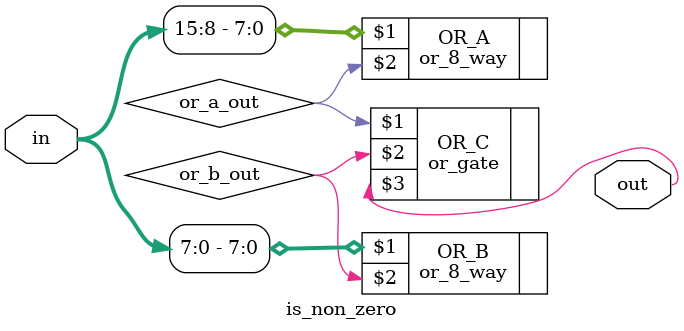
<source format=v>
module is_non_zero (input [15:0] in,
                    output out);
    wire or_a_out, or_b_out;
    or_8_way OR_A (in[15:8], or_a_out);
    or_8_way OR_B (in[7:0], or_b_out);
    or_gate OR_C (or_a_out, or_b_out, out);
endmodule

</source>
